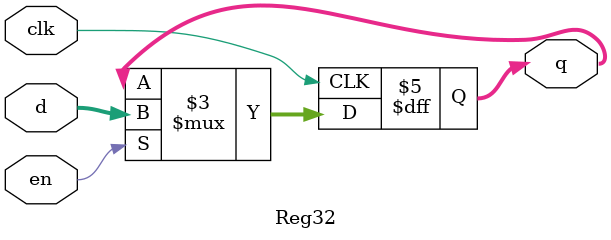
<source format=v>
`timescale 1ns / 1ps

module Reg32 #(parameter WIDTH = 32)(
    input clk,
    input en,
    input [WIDTH-1:0] d,
    output reg [WIDTH-1:0] q
);
	 initial begin
		q = 0;
	 end
	 
    always @(posedge clk) begin
        if (en)
            q <= d;
    end
endmodule

</source>
